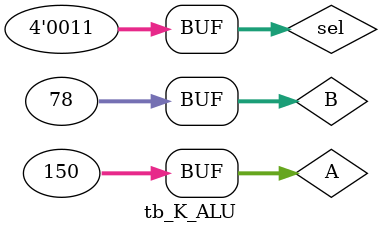
<source format=v>
`timescale 1ns / 1ps


module tb_K_ALU;
    wire [31:0] res;
    reg [31:0] A, B;
    reg [3:0] sel;
    K_ALU_32 k_alu(res, A, B, sel);
    initial begin
        A = 32'd150;
        B = 32'd78;
        sel = 4'd3;
    end
endmodule

</source>
